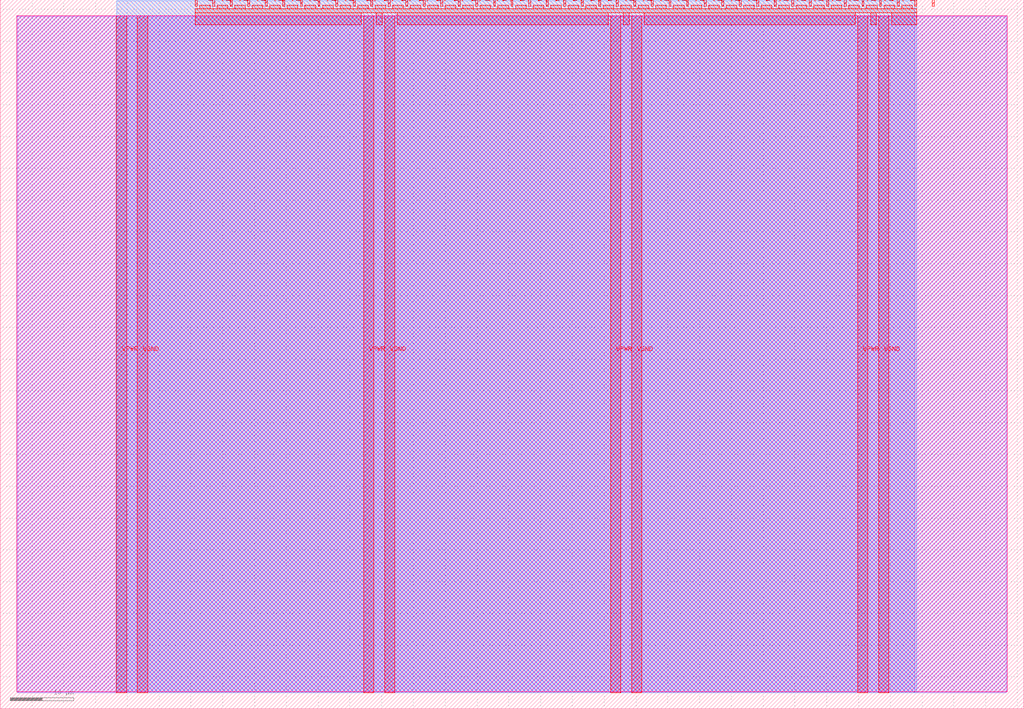
<source format=lef>
VERSION 5.7 ;
  NOWIREEXTENSIONATPIN ON ;
  DIVIDERCHAR "/" ;
  BUSBITCHARS "[]" ;
MACRO tt_um_wokwi_442984054310760449
  CLASS BLOCK ;
  FOREIGN tt_um_wokwi_442984054310760449 ;
  ORIGIN 0.000 0.000 ;
  SIZE 161.000 BY 111.520 ;
  PIN VGND
    DIRECTION INOUT ;
    USE GROUND ;
    PORT
      LAYER met4 ;
        RECT 21.580 2.480 23.180 109.040 ;
    END
    PORT
      LAYER met4 ;
        RECT 60.450 2.480 62.050 109.040 ;
    END
    PORT
      LAYER met4 ;
        RECT 99.320 2.480 100.920 109.040 ;
    END
    PORT
      LAYER met4 ;
        RECT 138.190 2.480 139.790 109.040 ;
    END
  END VGND
  PIN VPWR
    DIRECTION INOUT ;
    USE POWER ;
    PORT
      LAYER met4 ;
        RECT 18.280 2.480 19.880 109.040 ;
    END
    PORT
      LAYER met4 ;
        RECT 57.150 2.480 58.750 109.040 ;
    END
    PORT
      LAYER met4 ;
        RECT 96.020 2.480 97.620 109.040 ;
    END
    PORT
      LAYER met4 ;
        RECT 134.890 2.480 136.490 109.040 ;
    END
  END VPWR
  PIN clk
    DIRECTION INPUT ;
    USE SIGNAL ;
    ANTENNAGATEAREA 0.126000 ;
    PORT
      LAYER met4 ;
        RECT 143.830 110.520 144.130 111.520 ;
    END
  END clk
  PIN ena
    DIRECTION INPUT ;
    USE SIGNAL ;
    PORT
      LAYER met4 ;
        RECT 146.590 110.520 146.890 111.520 ;
    END
  END ena
  PIN rst_n
    DIRECTION INPUT ;
    USE SIGNAL ;
    PORT
      LAYER met4 ;
        RECT 141.070 110.520 141.370 111.520 ;
    END
  END rst_n
  PIN ui_in[0]
    DIRECTION INPUT ;
    USE SIGNAL ;
    ANTENNAGATEAREA 0.196500 ;
    PORT
      LAYER met4 ;
        RECT 138.310 110.520 138.610 111.520 ;
    END
  END ui_in[0]
  PIN ui_in[1]
    DIRECTION INPUT ;
    USE SIGNAL ;
    ANTENNAGATEAREA 0.196500 ;
    PORT
      LAYER met4 ;
        RECT 135.550 110.520 135.850 111.520 ;
    END
  END ui_in[1]
  PIN ui_in[2]
    DIRECTION INPUT ;
    USE SIGNAL ;
    ANTENNAGATEAREA 0.196500 ;
    PORT
      LAYER met4 ;
        RECT 132.790 110.520 133.090 111.520 ;
    END
  END ui_in[2]
  PIN ui_in[3]
    DIRECTION INPUT ;
    USE SIGNAL ;
    ANTENNAGATEAREA 0.196500 ;
    PORT
      LAYER met4 ;
        RECT 130.030 110.520 130.330 111.520 ;
    END
  END ui_in[3]
  PIN ui_in[4]
    DIRECTION INPUT ;
    USE SIGNAL ;
    ANTENNAGATEAREA 0.196500 ;
    PORT
      LAYER met4 ;
        RECT 127.270 110.520 127.570 111.520 ;
    END
  END ui_in[4]
  PIN ui_in[5]
    DIRECTION INPUT ;
    USE SIGNAL ;
    ANTENNAGATEAREA 0.196500 ;
    PORT
      LAYER met4 ;
        RECT 124.510 110.520 124.810 111.520 ;
    END
  END ui_in[5]
  PIN ui_in[6]
    DIRECTION INPUT ;
    USE SIGNAL ;
    ANTENNAGATEAREA 0.159000 ;
    PORT
      LAYER met4 ;
        RECT 121.750 110.520 122.050 111.520 ;
    END
  END ui_in[6]
  PIN ui_in[7]
    DIRECTION INPUT ;
    USE SIGNAL ;
    ANTENNAGATEAREA 0.196500 ;
    PORT
      LAYER met4 ;
        RECT 118.990 110.520 119.290 111.520 ;
    END
  END ui_in[7]
  PIN uio_in[0]
    DIRECTION INPUT ;
    USE SIGNAL ;
    PORT
      LAYER met4 ;
        RECT 116.230 110.520 116.530 111.520 ;
    END
  END uio_in[0]
  PIN uio_in[1]
    DIRECTION INPUT ;
    USE SIGNAL ;
    PORT
      LAYER met4 ;
        RECT 113.470 110.520 113.770 111.520 ;
    END
  END uio_in[1]
  PIN uio_in[2]
    DIRECTION INPUT ;
    USE SIGNAL ;
    PORT
      LAYER met4 ;
        RECT 110.710 110.520 111.010 111.520 ;
    END
  END uio_in[2]
  PIN uio_in[3]
    DIRECTION INPUT ;
    USE SIGNAL ;
    PORT
      LAYER met4 ;
        RECT 107.950 110.520 108.250 111.520 ;
    END
  END uio_in[3]
  PIN uio_in[4]
    DIRECTION INPUT ;
    USE SIGNAL ;
    PORT
      LAYER met4 ;
        RECT 105.190 110.520 105.490 111.520 ;
    END
  END uio_in[4]
  PIN uio_in[5]
    DIRECTION INPUT ;
    USE SIGNAL ;
    PORT
      LAYER met4 ;
        RECT 102.430 110.520 102.730 111.520 ;
    END
  END uio_in[5]
  PIN uio_in[6]
    DIRECTION INPUT ;
    USE SIGNAL ;
    PORT
      LAYER met4 ;
        RECT 99.670 110.520 99.970 111.520 ;
    END
  END uio_in[6]
  PIN uio_in[7]
    DIRECTION INPUT ;
    USE SIGNAL ;
    PORT
      LAYER met4 ;
        RECT 96.910 110.520 97.210 111.520 ;
    END
  END uio_in[7]
  PIN uio_oe[0]
    DIRECTION OUTPUT ;
    USE SIGNAL ;
    PORT
      LAYER met4 ;
        RECT 49.990 110.520 50.290 111.520 ;
    END
  END uio_oe[0]
  PIN uio_oe[1]
    DIRECTION OUTPUT ;
    USE SIGNAL ;
    PORT
      LAYER met4 ;
        RECT 47.230 110.520 47.530 111.520 ;
    END
  END uio_oe[1]
  PIN uio_oe[2]
    DIRECTION OUTPUT ;
    USE SIGNAL ;
    PORT
      LAYER met4 ;
        RECT 44.470 110.520 44.770 111.520 ;
    END
  END uio_oe[2]
  PIN uio_oe[3]
    DIRECTION OUTPUT ;
    USE SIGNAL ;
    PORT
      LAYER met4 ;
        RECT 41.710 110.520 42.010 111.520 ;
    END
  END uio_oe[3]
  PIN uio_oe[4]
    DIRECTION OUTPUT ;
    USE SIGNAL ;
    PORT
      LAYER met4 ;
        RECT 38.950 110.520 39.250 111.520 ;
    END
  END uio_oe[4]
  PIN uio_oe[5]
    DIRECTION OUTPUT ;
    USE SIGNAL ;
    PORT
      LAYER met4 ;
        RECT 36.190 110.520 36.490 111.520 ;
    END
  END uio_oe[5]
  PIN uio_oe[6]
    DIRECTION OUTPUT ;
    USE SIGNAL ;
    PORT
      LAYER met4 ;
        RECT 33.430 110.520 33.730 111.520 ;
    END
  END uio_oe[6]
  PIN uio_oe[7]
    DIRECTION OUTPUT ;
    USE SIGNAL ;
    PORT
      LAYER met4 ;
        RECT 30.670 110.520 30.970 111.520 ;
    END
  END uio_oe[7]
  PIN uio_out[0]
    DIRECTION OUTPUT ;
    USE SIGNAL ;
    PORT
      LAYER met4 ;
        RECT 72.070 110.520 72.370 111.520 ;
    END
  END uio_out[0]
  PIN uio_out[1]
    DIRECTION OUTPUT ;
    USE SIGNAL ;
    PORT
      LAYER met4 ;
        RECT 69.310 110.520 69.610 111.520 ;
    END
  END uio_out[1]
  PIN uio_out[2]
    DIRECTION OUTPUT ;
    USE SIGNAL ;
    PORT
      LAYER met4 ;
        RECT 66.550 110.520 66.850 111.520 ;
    END
  END uio_out[2]
  PIN uio_out[3]
    DIRECTION OUTPUT ;
    USE SIGNAL ;
    PORT
      LAYER met4 ;
        RECT 63.790 110.520 64.090 111.520 ;
    END
  END uio_out[3]
  PIN uio_out[4]
    DIRECTION OUTPUT ;
    USE SIGNAL ;
    PORT
      LAYER met4 ;
        RECT 61.030 110.520 61.330 111.520 ;
    END
  END uio_out[4]
  PIN uio_out[5]
    DIRECTION OUTPUT ;
    USE SIGNAL ;
    PORT
      LAYER met4 ;
        RECT 58.270 110.520 58.570 111.520 ;
    END
  END uio_out[5]
  PIN uio_out[6]
    DIRECTION OUTPUT ;
    USE SIGNAL ;
    PORT
      LAYER met4 ;
        RECT 55.510 110.520 55.810 111.520 ;
    END
  END uio_out[6]
  PIN uio_out[7]
    DIRECTION OUTPUT ;
    USE SIGNAL ;
    PORT
      LAYER met4 ;
        RECT 52.750 110.520 53.050 111.520 ;
    END
  END uio_out[7]
  PIN uo_out[0]
    DIRECTION OUTPUT ;
    USE SIGNAL ;
    ANTENNADIFFAREA 0.795200 ;
    PORT
      LAYER met4 ;
        RECT 94.150 110.520 94.450 111.520 ;
    END
  END uo_out[0]
  PIN uo_out[1]
    DIRECTION OUTPUT ;
    USE SIGNAL ;
    PORT
      LAYER met4 ;
        RECT 91.390 110.520 91.690 111.520 ;
    END
  END uo_out[1]
  PIN uo_out[2]
    DIRECTION OUTPUT ;
    USE SIGNAL ;
    PORT
      LAYER met4 ;
        RECT 88.630 110.520 88.930 111.520 ;
    END
  END uo_out[2]
  PIN uo_out[3]
    DIRECTION OUTPUT ;
    USE SIGNAL ;
    PORT
      LAYER met4 ;
        RECT 85.870 110.520 86.170 111.520 ;
    END
  END uo_out[3]
  PIN uo_out[4]
    DIRECTION OUTPUT ;
    USE SIGNAL ;
    PORT
      LAYER met4 ;
        RECT 83.110 110.520 83.410 111.520 ;
    END
  END uo_out[4]
  PIN uo_out[5]
    DIRECTION OUTPUT ;
    USE SIGNAL ;
    PORT
      LAYER met4 ;
        RECT 80.350 110.520 80.650 111.520 ;
    END
  END uo_out[5]
  PIN uo_out[6]
    DIRECTION OUTPUT ;
    USE SIGNAL ;
    ANTENNADIFFAREA 0.445500 ;
    PORT
      LAYER met4 ;
        RECT 77.590 110.520 77.890 111.520 ;
    END
  END uo_out[6]
  PIN uo_out[7]
    DIRECTION OUTPUT ;
    USE SIGNAL ;
    ANTENNADIFFAREA 0.445500 ;
    PORT
      LAYER met4 ;
        RECT 74.830 110.520 75.130 111.520 ;
    END
  END uo_out[7]
  OBS
      LAYER nwell ;
        RECT 2.570 2.635 158.430 108.990 ;
      LAYER li1 ;
        RECT 2.760 2.635 158.240 108.885 ;
      LAYER met1 ;
        RECT 2.760 2.480 158.240 109.040 ;
      LAYER met2 ;
        RECT 18.310 2.535 143.880 111.365 ;
      LAYER met3 ;
        RECT 18.290 2.555 144.170 111.345 ;
      LAYER met4 ;
        RECT 31.370 110.120 33.030 110.665 ;
        RECT 34.130 110.120 35.790 110.665 ;
        RECT 36.890 110.120 38.550 110.665 ;
        RECT 39.650 110.120 41.310 110.665 ;
        RECT 42.410 110.120 44.070 110.665 ;
        RECT 45.170 110.120 46.830 110.665 ;
        RECT 47.930 110.120 49.590 110.665 ;
        RECT 50.690 110.120 52.350 110.665 ;
        RECT 53.450 110.120 55.110 110.665 ;
        RECT 56.210 110.120 57.870 110.665 ;
        RECT 58.970 110.120 60.630 110.665 ;
        RECT 61.730 110.120 63.390 110.665 ;
        RECT 64.490 110.120 66.150 110.665 ;
        RECT 67.250 110.120 68.910 110.665 ;
        RECT 70.010 110.120 71.670 110.665 ;
        RECT 72.770 110.120 74.430 110.665 ;
        RECT 75.530 110.120 77.190 110.665 ;
        RECT 78.290 110.120 79.950 110.665 ;
        RECT 81.050 110.120 82.710 110.665 ;
        RECT 83.810 110.120 85.470 110.665 ;
        RECT 86.570 110.120 88.230 110.665 ;
        RECT 89.330 110.120 90.990 110.665 ;
        RECT 92.090 110.120 93.750 110.665 ;
        RECT 94.850 110.120 96.510 110.665 ;
        RECT 97.610 110.120 99.270 110.665 ;
        RECT 100.370 110.120 102.030 110.665 ;
        RECT 103.130 110.120 104.790 110.665 ;
        RECT 105.890 110.120 107.550 110.665 ;
        RECT 108.650 110.120 110.310 110.665 ;
        RECT 111.410 110.120 113.070 110.665 ;
        RECT 114.170 110.120 115.830 110.665 ;
        RECT 116.930 110.120 118.590 110.665 ;
        RECT 119.690 110.120 121.350 110.665 ;
        RECT 122.450 110.120 124.110 110.665 ;
        RECT 125.210 110.120 126.870 110.665 ;
        RECT 127.970 110.120 129.630 110.665 ;
        RECT 130.730 110.120 132.390 110.665 ;
        RECT 133.490 110.120 135.150 110.665 ;
        RECT 136.250 110.120 137.910 110.665 ;
        RECT 139.010 110.120 140.670 110.665 ;
        RECT 141.770 110.120 143.430 110.665 ;
        RECT 30.655 109.440 144.145 110.120 ;
        RECT 30.655 107.615 56.750 109.440 ;
        RECT 59.150 107.615 60.050 109.440 ;
        RECT 62.450 107.615 95.620 109.440 ;
        RECT 98.020 107.615 98.920 109.440 ;
        RECT 101.320 107.615 134.490 109.440 ;
        RECT 136.890 107.615 137.790 109.440 ;
        RECT 140.190 107.615 144.145 109.440 ;
  END
END tt_um_wokwi_442984054310760449
END LIBRARY


</source>
